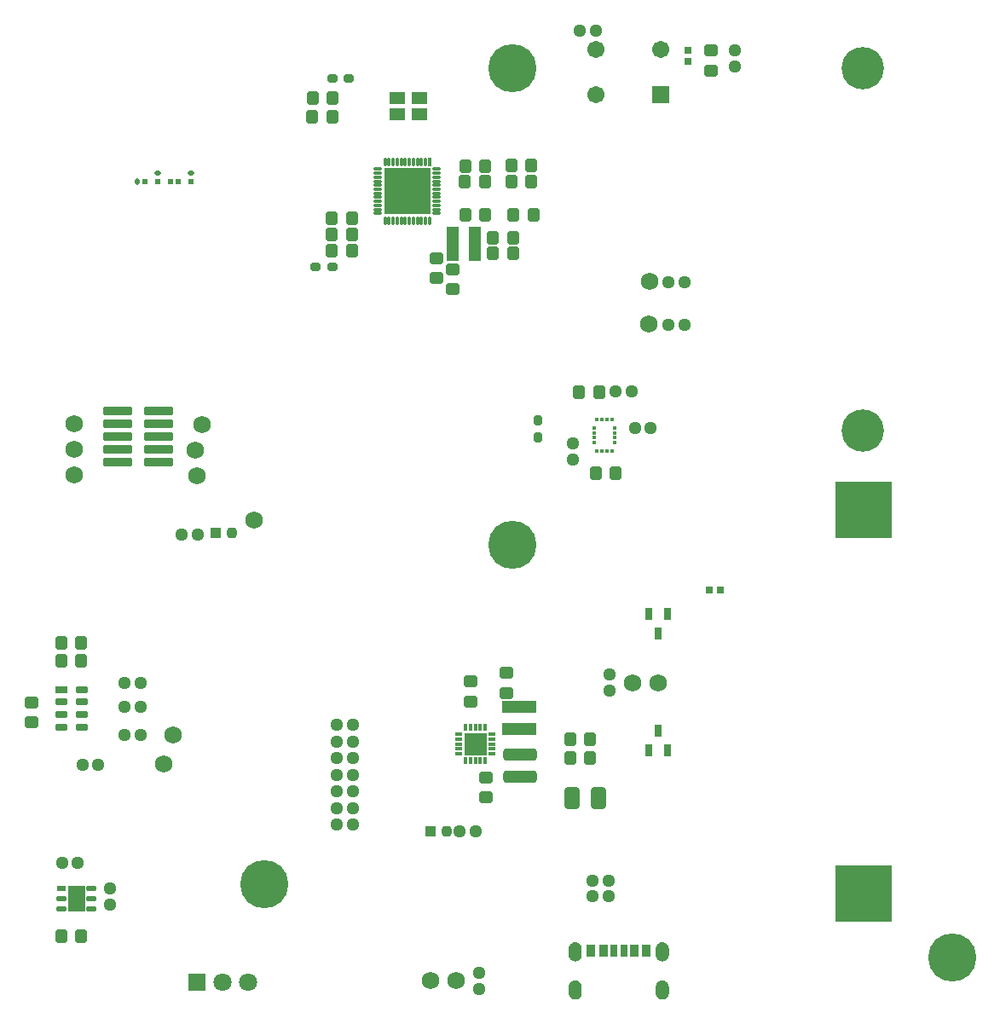
<source format=gts>
G04*
G04 #@! TF.GenerationSoftware,Altium Limited,Altium Designer,24.1.2 (44)*
G04*
G04 Layer_Color=8388736*
%FSLAX44Y44*%
%MOMM*%
G71*
G04*
G04 #@! TF.SameCoordinates,E5ABD8C9-A6BE-45F1-A99E-A3D257ADB282*
G04*
G04*
G04 #@! TF.FilePolarity,Negative*
G04*
G01*
G75*
G04:AMPARAMS|DCode=64|XSize=1.4032mm|YSize=1.2032mm|CornerRadius=0.3516mm|HoleSize=0mm|Usage=FLASHONLY|Rotation=90.000|XOffset=0mm|YOffset=0mm|HoleType=Round|Shape=RoundedRectangle|*
%AMROUNDEDRECTD64*
21,1,1.4032,0.5000,0,0,90.0*
21,1,0.7000,1.2032,0,0,90.0*
1,1,0.7032,0.2500,0.3500*
1,1,0.7032,0.2500,-0.3500*
1,1,0.7032,-0.2500,-0.3500*
1,1,0.7032,-0.2500,0.3500*
%
%ADD64ROUNDEDRECTD64*%
G04:AMPARAMS|DCode=65|XSize=1.1032mm|YSize=1.1032mm|CornerRadius=0.3266mm|HoleSize=0mm|Usage=FLASHONLY|Rotation=0.000|XOffset=0mm|YOffset=0mm|HoleType=Round|Shape=RoundedRectangle|*
%AMROUNDEDRECTD65*
21,1,1.1032,0.4500,0,0,0.0*
21,1,0.4500,1.1032,0,0,0.0*
1,1,0.6532,0.2250,-0.2250*
1,1,0.6532,-0.2250,-0.2250*
1,1,0.6532,-0.2250,0.2250*
1,1,0.6532,0.2250,0.2250*
%
%ADD65ROUNDEDRECTD65*%
%ADD66R,4.5300X4.5300*%
%ADD67O,0.3000X0.9400*%
%ADD68R,0.3000X0.9400*%
%ADD69O,0.9400X0.3000*%
G04:AMPARAMS|DCode=70|XSize=1.4032mm|YSize=1.2032mm|CornerRadius=0.3516mm|HoleSize=0mm|Usage=FLASHONLY|Rotation=0.000|XOffset=0mm|YOffset=0mm|HoleType=Round|Shape=RoundedRectangle|*
%AMROUNDEDRECTD70*
21,1,1.4032,0.5000,0,0,0.0*
21,1,0.7000,1.2032,0,0,0.0*
1,1,0.7032,0.3500,-0.2500*
1,1,0.7032,-0.3500,-0.2500*
1,1,0.7032,-0.3500,0.2500*
1,1,0.7032,0.3500,0.2500*
%
%ADD70ROUNDEDRECTD70*%
%ADD71R,5.7032X5.7032*%
G04:AMPARAMS|DCode=72|XSize=0.82mm|YSize=0.97mm|CornerRadius=0.235mm|HoleSize=0mm|Usage=FLASHONLY|Rotation=270.000|XOffset=0mm|YOffset=0mm|HoleType=Round|Shape=RoundedRectangle|*
%AMROUNDEDRECTD72*
21,1,0.8200,0.5000,0,0,270.0*
21,1,0.3500,0.9700,0,0,270.0*
1,1,0.4700,-0.2500,-0.1750*
1,1,0.4700,-0.2500,0.1750*
1,1,0.4700,0.2500,0.1750*
1,1,0.4700,0.2500,-0.1750*
%
%ADD72ROUNDEDRECTD72*%
%ADD73R,0.6532X0.7032*%
G04:AMPARAMS|DCode=74|XSize=2.2032mm|YSize=1.6032mm|CornerRadius=0.4516mm|HoleSize=0mm|Usage=FLASHONLY|Rotation=90.000|XOffset=0mm|YOffset=0mm|HoleType=Round|Shape=RoundedRectangle|*
%AMROUNDEDRECTD74*
21,1,2.2032,0.7000,0,0,90.0*
21,1,1.3000,1.6032,0,0,90.0*
1,1,0.9032,0.3500,0.6500*
1,1,0.9032,0.3500,-0.6500*
1,1,0.9032,-0.3500,-0.6500*
1,1,0.9032,-0.3500,0.6500*
%
%ADD74ROUNDEDRECTD74*%
%ADD75R,0.7032X0.6532*%
G04:AMPARAMS|DCode=76|XSize=0.82mm|YSize=0.97mm|CornerRadius=0.235mm|HoleSize=0mm|Usage=FLASHONLY|Rotation=0.000|XOffset=0mm|YOffset=0mm|HoleType=Round|Shape=RoundedRectangle|*
%AMROUNDEDRECTD76*
21,1,0.8200,0.5000,0,0,0.0*
21,1,0.3500,0.9700,0,0,0.0*
1,1,0.4700,0.1750,-0.2500*
1,1,0.4700,-0.1750,-0.2500*
1,1,0.4700,-0.1750,0.2500*
1,1,0.4700,0.1750,0.2500*
%
%ADD76ROUNDEDRECTD76*%
%ADD77R,1.2032X3.4032*%
%ADD78R,0.9016X1.3016*%
%ADD79R,0.8616X1.3016*%
%ADD80R,0.8016X1.3016*%
%ADD81R,3.4032X1.2032*%
%ADD82R,1.0032X1.0032*%
G04:AMPARAMS|DCode=83|XSize=1.0032mm|YSize=1.0032mm|CornerRadius=0.3016mm|HoleSize=0mm|Usage=FLASHONLY|Rotation=90.000|XOffset=0mm|YOffset=0mm|HoleType=Round|Shape=RoundedRectangle|*
%AMROUNDEDRECTD83*
21,1,1.0032,0.4000,0,0,90.0*
21,1,0.4000,1.0032,0,0,90.0*
1,1,0.6032,0.2000,0.2000*
1,1,0.6032,0.2000,-0.2000*
1,1,0.6032,-0.2000,-0.2000*
1,1,0.6032,-0.2000,0.2000*
%
%ADD83ROUNDEDRECTD83*%
G04:AMPARAMS|DCode=84|XSize=1.1032mm|YSize=1.1032mm|CornerRadius=0.3266mm|HoleSize=0mm|Usage=FLASHONLY|Rotation=270.000|XOffset=0mm|YOffset=0mm|HoleType=Round|Shape=RoundedRectangle|*
%AMROUNDEDRECTD84*
21,1,1.1032,0.4500,0,0,270.0*
21,1,0.4500,1.1032,0,0,270.0*
1,1,0.6532,-0.2250,-0.2250*
1,1,0.6532,-0.2250,0.2250*
1,1,0.6532,0.2250,0.2250*
1,1,0.6532,0.2250,-0.2250*
%
%ADD84ROUNDEDRECTD84*%
G04:AMPARAMS|DCode=85|XSize=2.8956mm|YSize=0.8382mm|CornerRadius=0.235mm|HoleSize=0mm|Usage=FLASHONLY|Rotation=0.000|XOffset=0mm|YOffset=0mm|HoleType=Round|Shape=RoundedRectangle|*
%AMROUNDEDRECTD85*
21,1,2.8956,0.3683,0,0,0.0*
21,1,2.4257,0.8382,0,0,0.0*
1,1,0.4699,1.2129,-0.1842*
1,1,0.4699,-1.2129,-0.1842*
1,1,0.4699,-1.2129,0.1842*
1,1,0.4699,1.2129,0.1842*
%
%ADD85ROUNDEDRECTD85*%
%ADD86R,0.5200X0.6200*%
G04:AMPARAMS|DCode=87|XSize=0.62mm|YSize=0.52mm|CornerRadius=0.16mm|HoleSize=0mm|Usage=FLASHONLY|Rotation=270.000|XOffset=0mm|YOffset=0mm|HoleType=Round|Shape=RoundedRectangle|*
%AMROUNDEDRECTD87*
21,1,0.6200,0.2000,0,0,270.0*
21,1,0.3000,0.5200,0,0,270.0*
1,1,0.3200,-0.1000,-0.1500*
1,1,0.3200,-0.1000,0.1500*
1,1,0.3200,0.1000,0.1500*
1,1,0.3200,0.1000,-0.1500*
%
%ADD87ROUNDEDRECTD87*%
%ADD88R,1.5200X1.2200*%
G04:AMPARAMS|DCode=89|XSize=0.62mm|YSize=0.52mm|CornerRadius=0.16mm|HoleSize=0mm|Usage=FLASHONLY|Rotation=180.000|XOffset=0mm|YOffset=0mm|HoleType=Round|Shape=RoundedRectangle|*
%AMROUNDEDRECTD89*
21,1,0.6200,0.2000,0,0,180.0*
21,1,0.3000,0.5200,0,0,180.0*
1,1,0.3200,-0.1500,0.1000*
1,1,0.3200,0.1500,0.1000*
1,1,0.3200,0.1500,-0.1000*
1,1,0.3200,-0.1500,-0.1000*
%
%ADD89ROUNDEDRECTD89*%
%ADD90R,0.6200X0.5200*%
%ADD91R,2.1900X2.1900*%
G04:AMPARAMS|DCode=92|XSize=0.38mm|YSize=0.74mm|CornerRadius=0.13mm|HoleSize=0mm|Usage=FLASHONLY|Rotation=270.000|XOffset=0mm|YOffset=0mm|HoleType=Round|Shape=RoundedRectangle|*
%AMROUNDEDRECTD92*
21,1,0.3800,0.4800,0,0,270.0*
21,1,0.1200,0.7400,0,0,270.0*
1,1,0.2600,-0.2400,-0.0600*
1,1,0.2600,-0.2400,0.0600*
1,1,0.2600,0.2400,0.0600*
1,1,0.2600,0.2400,-0.0600*
%
%ADD92ROUNDEDRECTD92*%
G04:AMPARAMS|DCode=93|XSize=0.38mm|YSize=0.74mm|CornerRadius=0.13mm|HoleSize=0mm|Usage=FLASHONLY|Rotation=0.000|XOffset=0mm|YOffset=0mm|HoleType=Round|Shape=RoundedRectangle|*
%AMROUNDEDRECTD93*
21,1,0.3800,0.4800,0,0,0.0*
21,1,0.1200,0.7400,0,0,0.0*
1,1,0.2600,0.0600,-0.2400*
1,1,0.2600,-0.0600,-0.2400*
1,1,0.2600,-0.0600,0.2400*
1,1,0.2600,0.0600,0.2400*
%
%ADD93ROUNDEDRECTD93*%
G04:AMPARAMS|DCode=94|XSize=0.38mm|YSize=0.74mm|CornerRadius=0.13mm|HoleSize=0mm|Usage=FLASHONLY|Rotation=270.000|XOffset=0mm|YOffset=0mm|HoleType=Round|Shape=RoundedRectangle|*
%AMROUNDEDRECTD94*
21,1,0.3800,0.4800,0,0,270.0*
21,1,0.1200,0.7400,0,0,270.0*
1,1,0.2600,-0.2400,-0.0600*
1,1,0.2600,-0.2400,0.0600*
1,1,0.2600,0.2400,0.0600*
1,1,0.2600,0.2400,-0.0600*
%
%ADD94ROUNDEDRECTD94*%
%ADD95R,0.3800X0.7400*%
%ADD96R,0.7632X1.1532*%
%ADD97C,4.2032*%
G04:AMPARAMS|DCode=98|XSize=3.4032mm|YSize=1.2032mm|CornerRadius=0.3516mm|HoleSize=0mm|Usage=FLASHONLY|Rotation=0.000|XOffset=0mm|YOffset=0mm|HoleType=Round|Shape=RoundedRectangle|*
%AMROUNDEDRECTD98*
21,1,3.4032,0.5000,0,0,0.0*
21,1,2.7000,1.2032,0,0,0.0*
1,1,0.7032,1.3500,-0.2500*
1,1,0.7032,-1.3500,-0.2500*
1,1,0.7032,-1.3500,0.2500*
1,1,0.7032,1.3500,0.2500*
%
%ADD98ROUNDEDRECTD98*%
G04:AMPARAMS|DCode=99|XSize=0.69mm|YSize=1.19mm|CornerRadius=0.2075mm|HoleSize=0mm|Usage=FLASHONLY|Rotation=90.000|XOffset=0mm|YOffset=0mm|HoleType=Round|Shape=RoundedRectangle|*
%AMROUNDEDRECTD99*
21,1,0.6900,0.7750,0,0,90.0*
21,1,0.2750,1.1900,0,0,90.0*
1,1,0.4150,0.3875,0.1375*
1,1,0.4150,0.3875,-0.1375*
1,1,0.4150,-0.3875,-0.1375*
1,1,0.4150,-0.3875,0.1375*
%
%ADD99ROUNDEDRECTD99*%
%ADD100R,1.1900X0.6900*%
%ADD101R,0.9734X0.5734*%
G04:AMPARAMS|DCode=102|XSize=0.5734mm|YSize=0.9734mm|CornerRadius=0.1742mm|HoleSize=0mm|Usage=FLASHONLY|Rotation=90.000|XOffset=0mm|YOffset=0mm|HoleType=Round|Shape=RoundedRectangle|*
%AMROUNDEDRECTD102*
21,1,0.5734,0.6250,0,0,90.0*
21,1,0.2250,0.9734,0,0,90.0*
1,1,0.3484,0.3125,0.1125*
1,1,0.3484,0.3125,-0.1125*
1,1,0.3484,-0.3125,-0.1125*
1,1,0.3484,-0.3125,0.1125*
%
%ADD102ROUNDEDRECTD102*%
%ADD103R,1.7234X2.6234*%
%ADD104R,0.3965X0.3965*%
%ADD105R,0.3965X0.3965*%
%ADD106C,1.7272*%
%ADD107C,4.7752*%
%ADD108C,1.7112*%
%ADD109R,1.7112X1.7112*%
%ADD110C,1.8032*%
%ADD111R,1.8032X1.8032*%
G36*
X565704Y28032D02*
X566044Y28002D01*
X566384Y27962D01*
X566714Y27902D01*
X567044Y27822D01*
X567374Y27722D01*
X567694Y27612D01*
X568004Y27482D01*
X568314Y27332D01*
X568614Y27172D01*
X568904Y26992D01*
X569184Y26802D01*
X569454Y26592D01*
X569714Y26372D01*
X569964Y26142D01*
X570194Y25892D01*
X570414Y25632D01*
X570624Y25362D01*
X570814Y25082D01*
X570994Y24792D01*
X571154Y24492D01*
X571304Y24182D01*
X571434Y23872D01*
X571544Y23552D01*
X571644Y23222D01*
X571724Y22892D01*
X571784Y22562D01*
X571824Y22222D01*
X571854Y21882D01*
X571864Y21542D01*
Y15542D01*
X571854Y15202D01*
X571824Y14862D01*
X571784Y14522D01*
X571724Y14192D01*
X571644Y13862D01*
X571544Y13532D01*
X571434Y13212D01*
X571304Y12902D01*
X571154Y12592D01*
X570994Y12292D01*
X570814Y12002D01*
X570624Y11722D01*
X570414Y11452D01*
X570194Y11192D01*
X569964Y10942D01*
X569714Y10712D01*
X569454Y10492D01*
X569184Y10282D01*
X568904Y10092D01*
X568614Y9912D01*
X568314Y9752D01*
X568004Y9602D01*
X567694Y9472D01*
X567374Y9362D01*
X567044Y9262D01*
X566714Y9182D01*
X566384Y9122D01*
X566044Y9082D01*
X565704Y9052D01*
X565364Y9042D01*
X565024Y9052D01*
X564684Y9082D01*
X564344Y9122D01*
X564014Y9182D01*
X563684Y9262D01*
X563354Y9362D01*
X563034Y9472D01*
X562724Y9602D01*
X562414Y9752D01*
X562114Y9912D01*
X561824Y10092D01*
X561544Y10282D01*
X561274Y10492D01*
X561014Y10712D01*
X560764Y10942D01*
X560534Y11192D01*
X560314Y11452D01*
X560104Y11722D01*
X559914Y12002D01*
X559734Y12292D01*
X559574Y12592D01*
X559424Y12902D01*
X559294Y13212D01*
X559184Y13532D01*
X559084Y13862D01*
X559004Y14192D01*
X558944Y14522D01*
X558904Y14862D01*
X558874Y15202D01*
X558864Y15542D01*
Y21542D01*
X558874Y21882D01*
X558904Y22222D01*
X558944Y22562D01*
X559004Y22892D01*
X559084Y23222D01*
X559184Y23552D01*
X559294Y23872D01*
X559424Y24182D01*
X559574Y24492D01*
X559734Y24792D01*
X559914Y25082D01*
X560104Y25362D01*
X560314Y25632D01*
X560534Y25892D01*
X560764Y26142D01*
X561014Y26372D01*
X561274Y26592D01*
X561544Y26802D01*
X561824Y26992D01*
X562114Y27172D01*
X562414Y27332D01*
X562724Y27482D01*
X563034Y27612D01*
X563354Y27722D01*
X563684Y27822D01*
X564014Y27902D01*
X564344Y27962D01*
X564684Y28002D01*
X565024Y28032D01*
X565364Y28042D01*
X565704Y28032D01*
D02*
G37*
G36*
Y66032D02*
X566044Y66002D01*
X566384Y65962D01*
X566714Y65902D01*
X567044Y65822D01*
X567374Y65722D01*
X567694Y65612D01*
X568004Y65482D01*
X568314Y65332D01*
X568614Y65172D01*
X568904Y64992D01*
X569184Y64802D01*
X569454Y64592D01*
X569714Y64372D01*
X569964Y64142D01*
X570194Y63892D01*
X570414Y63632D01*
X570624Y63362D01*
X570814Y63082D01*
X570994Y62792D01*
X571154Y62492D01*
X571304Y62182D01*
X571434Y61872D01*
X571544Y61552D01*
X571644Y61222D01*
X571724Y60892D01*
X571784Y60562D01*
X571824Y60222D01*
X571854Y59882D01*
X571864Y59542D01*
Y53542D01*
X571854Y53202D01*
X571824Y52862D01*
X571784Y52522D01*
X571724Y52192D01*
X571644Y51862D01*
X571544Y51532D01*
X571434Y51212D01*
X571304Y50902D01*
X571154Y50592D01*
X570994Y50292D01*
X570814Y50002D01*
X570624Y49722D01*
X570414Y49452D01*
X570194Y49192D01*
X569964Y48942D01*
X569714Y48712D01*
X569454Y48492D01*
X569184Y48282D01*
X568904Y48092D01*
X568614Y47912D01*
X568314Y47752D01*
X568004Y47602D01*
X567694Y47472D01*
X567374Y47362D01*
X567044Y47262D01*
X566714Y47182D01*
X566384Y47122D01*
X566044Y47082D01*
X565704Y47052D01*
X565364Y47042D01*
X565024Y47052D01*
X564684Y47082D01*
X564344Y47122D01*
X564014Y47182D01*
X563684Y47262D01*
X563354Y47362D01*
X563034Y47472D01*
X562724Y47602D01*
X562414Y47752D01*
X562114Y47912D01*
X561824Y48092D01*
X561544Y48282D01*
X561274Y48492D01*
X561014Y48712D01*
X560764Y48942D01*
X560534Y49192D01*
X560314Y49452D01*
X560104Y49722D01*
X559914Y50002D01*
X559734Y50292D01*
X559574Y50592D01*
X559424Y50902D01*
X559294Y51212D01*
X559184Y51532D01*
X559084Y51862D01*
X559004Y52192D01*
X558944Y52522D01*
X558904Y52862D01*
X558874Y53202D01*
X558864Y53542D01*
Y59542D01*
X558874Y59882D01*
X558904Y60222D01*
X558944Y60562D01*
X559004Y60892D01*
X559084Y61222D01*
X559184Y61552D01*
X559294Y61872D01*
X559424Y62182D01*
X559574Y62492D01*
X559734Y62792D01*
X559914Y63082D01*
X560104Y63362D01*
X560314Y63632D01*
X560534Y63892D01*
X560764Y64142D01*
X561014Y64372D01*
X561274Y64592D01*
X561544Y64802D01*
X561824Y64992D01*
X562114Y65172D01*
X562414Y65332D01*
X562724Y65482D01*
X563034Y65612D01*
X563354Y65722D01*
X563684Y65822D01*
X564014Y65902D01*
X564344Y65962D01*
X564684Y66002D01*
X565024Y66032D01*
X565364Y66042D01*
X565704Y66032D01*
D02*
G37*
G36*
X652104Y28032D02*
X652444Y28002D01*
X652784Y27962D01*
X653114Y27902D01*
X653444Y27822D01*
X653774Y27722D01*
X654094Y27612D01*
X654404Y27482D01*
X654714Y27332D01*
X655014Y27172D01*
X655304Y26992D01*
X655584Y26802D01*
X655854Y26592D01*
X656114Y26372D01*
X656364Y26142D01*
X656594Y25892D01*
X656814Y25632D01*
X657024Y25362D01*
X657214Y25082D01*
X657394Y24792D01*
X657554Y24492D01*
X657704Y24182D01*
X657834Y23872D01*
X657944Y23552D01*
X658044Y23222D01*
X658124Y22892D01*
X658184Y22562D01*
X658224Y22222D01*
X658254Y21882D01*
X658264Y21542D01*
Y15542D01*
X658254Y15202D01*
X658224Y14862D01*
X658184Y14522D01*
X658124Y14192D01*
X658044Y13862D01*
X657944Y13532D01*
X657834Y13212D01*
X657704Y12902D01*
X657554Y12592D01*
X657394Y12292D01*
X657214Y12002D01*
X657024Y11722D01*
X656814Y11452D01*
X656594Y11192D01*
X656364Y10942D01*
X656114Y10712D01*
X655854Y10492D01*
X655584Y10282D01*
X655304Y10092D01*
X655014Y9912D01*
X654714Y9752D01*
X654404Y9602D01*
X654094Y9472D01*
X653774Y9362D01*
X653444Y9262D01*
X653114Y9182D01*
X652784Y9122D01*
X652444Y9082D01*
X652104Y9052D01*
X651764Y9042D01*
X651424Y9052D01*
X651084Y9082D01*
X650744Y9122D01*
X650414Y9182D01*
X650084Y9262D01*
X649754Y9362D01*
X649434Y9472D01*
X649124Y9602D01*
X648814Y9752D01*
X648514Y9912D01*
X648224Y10092D01*
X647944Y10282D01*
X647674Y10492D01*
X647414Y10712D01*
X647164Y10942D01*
X646934Y11192D01*
X646714Y11452D01*
X646504Y11722D01*
X646314Y12002D01*
X646134Y12292D01*
X645974Y12592D01*
X645824Y12902D01*
X645694Y13212D01*
X645584Y13532D01*
X645484Y13862D01*
X645404Y14192D01*
X645344Y14522D01*
X645304Y14862D01*
X645274Y15202D01*
X645264Y15542D01*
Y21542D01*
X645274Y21882D01*
X645304Y22222D01*
X645344Y22562D01*
X645404Y22892D01*
X645484Y23222D01*
X645584Y23552D01*
X645694Y23872D01*
X645824Y24182D01*
X645974Y24492D01*
X646134Y24792D01*
X646314Y25082D01*
X646504Y25362D01*
X646714Y25632D01*
X646934Y25892D01*
X647164Y26142D01*
X647414Y26372D01*
X647674Y26592D01*
X647944Y26802D01*
X648224Y26992D01*
X648514Y27172D01*
X648814Y27332D01*
X649124Y27482D01*
X649434Y27612D01*
X649754Y27722D01*
X650084Y27822D01*
X650414Y27902D01*
X650744Y27962D01*
X651084Y28002D01*
X651424Y28032D01*
X651764Y28042D01*
X652104Y28032D01*
D02*
G37*
G36*
Y66032D02*
X652444Y66002D01*
X652784Y65962D01*
X653114Y65902D01*
X653444Y65822D01*
X653774Y65722D01*
X654094Y65612D01*
X654404Y65482D01*
X654714Y65332D01*
X655014Y65172D01*
X655304Y64992D01*
X655584Y64802D01*
X655854Y64592D01*
X656114Y64372D01*
X656364Y64142D01*
X656594Y63892D01*
X656814Y63632D01*
X657024Y63362D01*
X657214Y63082D01*
X657394Y62792D01*
X657554Y62492D01*
X657704Y62182D01*
X657834Y61872D01*
X657944Y61552D01*
X658044Y61222D01*
X658124Y60892D01*
X658184Y60562D01*
X658224Y60222D01*
X658254Y59882D01*
X658264Y59542D01*
Y53542D01*
X658254Y53202D01*
X658224Y52862D01*
X658184Y52522D01*
X658124Y52192D01*
X658044Y51862D01*
X657944Y51532D01*
X657834Y51212D01*
X657704Y50902D01*
X657554Y50592D01*
X657394Y50292D01*
X657214Y50002D01*
X657024Y49722D01*
X656814Y49452D01*
X656594Y49192D01*
X656364Y48942D01*
X656114Y48712D01*
X655854Y48492D01*
X655584Y48282D01*
X655304Y48092D01*
X655014Y47912D01*
X654714Y47752D01*
X654404Y47602D01*
X654094Y47472D01*
X653774Y47362D01*
X653444Y47262D01*
X653114Y47182D01*
X652784Y47122D01*
X652444Y47082D01*
X652104Y47052D01*
X651764Y47042D01*
X651424Y47052D01*
X651084Y47082D01*
X650744Y47122D01*
X650414Y47182D01*
X650084Y47262D01*
X649754Y47362D01*
X649434Y47472D01*
X649124Y47602D01*
X648814Y47752D01*
X648514Y47912D01*
X648224Y48092D01*
X647944Y48282D01*
X647674Y48492D01*
X647414Y48712D01*
X647164Y48942D01*
X646934Y49192D01*
X646714Y49452D01*
X646504Y49722D01*
X646314Y50002D01*
X646134Y50292D01*
X645974Y50592D01*
X645824Y50902D01*
X645694Y51212D01*
X645584Y51532D01*
X645484Y51862D01*
X645404Y52192D01*
X645344Y52522D01*
X645304Y52862D01*
X645274Y53202D01*
X645264Y53542D01*
Y59542D01*
X645274Y59882D01*
X645304Y60222D01*
X645344Y60562D01*
X645404Y60892D01*
X645484Y61222D01*
X645584Y61552D01*
X645694Y61872D01*
X645824Y62182D01*
X645974Y62492D01*
X646134Y62792D01*
X646314Y63082D01*
X646504Y63362D01*
X646714Y63632D01*
X646934Y63892D01*
X647164Y64142D01*
X647414Y64372D01*
X647674Y64592D01*
X647944Y64802D01*
X648224Y64992D01*
X648514Y65172D01*
X648814Y65332D01*
X649124Y65482D01*
X649434Y65612D01*
X649754Y65722D01*
X650084Y65822D01*
X650414Y65902D01*
X650744Y65962D01*
X651084Y66002D01*
X651424Y66032D01*
X651764Y66042D01*
X652104Y66032D01*
D02*
G37*
D64*
X521810Y821690D02*
D03*
X501810D02*
D03*
X323756Y785114D02*
D03*
X343756D02*
D03*
X456090Y788162D02*
D03*
X476090D02*
D03*
X304452Y904494D02*
D03*
X324452D02*
D03*
X324198Y885952D02*
D03*
X304198D02*
D03*
X343756Y752856D02*
D03*
X323756D02*
D03*
X343756Y768604D02*
D03*
X323756D02*
D03*
X504096Y788670D02*
D03*
X524096D02*
D03*
X475836Y821182D02*
D03*
X455836D02*
D03*
X483776Y765810D02*
D03*
X503776D02*
D03*
X74770Y345440D02*
D03*
X54770D02*
D03*
Y363220D02*
D03*
X74770D02*
D03*
X569120Y612140D02*
D03*
X589120D02*
D03*
X605630Y531876D02*
D03*
X585630D02*
D03*
X74770Y72390D02*
D03*
X54770D02*
D03*
X580230Y267970D02*
D03*
X560230D02*
D03*
X580230Y248920D02*
D03*
X560230D02*
D03*
X503776Y750570D02*
D03*
X483776D02*
D03*
X501810Y837184D02*
D03*
X521810D02*
D03*
X456090Y836930D02*
D03*
X476090D02*
D03*
D65*
X723900Y935610D02*
D03*
Y951610D02*
D03*
X599440Y315850D02*
D03*
Y331850D02*
D03*
X562610Y545720D02*
D03*
Y561720D02*
D03*
X102870Y103760D02*
D03*
Y119760D02*
D03*
X469900Y19940D02*
D03*
Y35940D02*
D03*
D66*
X398490Y811738D02*
D03*
D67*
X420490Y782388D02*
D03*
X416490Y841088D02*
D03*
X412490D02*
D03*
X408490D02*
D03*
X404490D02*
D03*
X400490D02*
D03*
X396490D02*
D03*
X392491D02*
D03*
X388490D02*
D03*
X384491D02*
D03*
X380490D02*
D03*
X376491D02*
D03*
Y782388D02*
D03*
X380490D02*
D03*
X384491D02*
D03*
X388490D02*
D03*
X392491D02*
D03*
X396490D02*
D03*
X400490D02*
D03*
X408490D02*
D03*
X412490D02*
D03*
X416490D02*
D03*
X404490D02*
D03*
D68*
X420490Y841088D02*
D03*
D69*
X369140Y833738D02*
D03*
Y829738D02*
D03*
Y825738D02*
D03*
Y821738D02*
D03*
Y817738D02*
D03*
Y813738D02*
D03*
Y809738D02*
D03*
Y805738D02*
D03*
Y801738D02*
D03*
Y797738D02*
D03*
Y793738D02*
D03*
Y789738D02*
D03*
X427841D02*
D03*
Y793738D02*
D03*
Y797738D02*
D03*
Y801738D02*
D03*
Y805738D02*
D03*
Y809738D02*
D03*
Y813738D02*
D03*
Y817738D02*
D03*
Y821738D02*
D03*
Y825738D02*
D03*
Y829738D02*
D03*
Y833738D02*
D03*
D70*
X700278Y931578D02*
D03*
Y951578D02*
D03*
X427492Y745330D02*
D03*
Y725330D02*
D03*
X25146Y284386D02*
D03*
Y304386D02*
D03*
X496570Y333342D02*
D03*
Y313342D02*
D03*
X461010Y324960D02*
D03*
Y304960D02*
D03*
X476758Y209616D02*
D03*
Y229616D02*
D03*
X443992Y714408D02*
D03*
Y734408D02*
D03*
D71*
X851916Y495554D02*
D03*
Y114554D02*
D03*
D72*
X340736Y923798D02*
D03*
X324236D02*
D03*
X307472Y736600D02*
D03*
X323972D02*
D03*
D73*
X677672Y951650D02*
D03*
Y940650D02*
D03*
D74*
X588310Y208788D02*
D03*
X562310D02*
D03*
D75*
X698588Y415544D02*
D03*
X709588D02*
D03*
D76*
X528066Y584068D02*
D03*
Y567568D02*
D03*
D77*
X443914Y759460D02*
D03*
X465914D02*
D03*
D78*
X581064Y57342D02*
D03*
X636064D02*
D03*
D79*
X593364D02*
D03*
X623764D02*
D03*
D80*
X603564D02*
D03*
X613564D02*
D03*
D81*
X509270Y277544D02*
D03*
Y299544D02*
D03*
D82*
X208626Y472425D02*
D03*
X422022Y175768D02*
D03*
D83*
X224626Y472425D02*
D03*
X438022Y175768D02*
D03*
D84*
X190336Y471155D02*
D03*
X174336D02*
D03*
X624460Y576580D02*
D03*
X640460D02*
D03*
X658115Y721233D02*
D03*
X674115D02*
D03*
X658115Y678815D02*
D03*
X674115D02*
D03*
X605410Y613410D02*
D03*
X621410D02*
D03*
X585850Y971550D02*
D03*
X569850D02*
D03*
X344550Y265430D02*
D03*
X328550D02*
D03*
X133730Y323850D02*
D03*
X117730D02*
D03*
X133730Y299720D02*
D03*
X117730D02*
D03*
X328550Y281940D02*
D03*
X344550D02*
D03*
X71500Y144780D02*
D03*
X55500D02*
D03*
X582550Y111760D02*
D03*
X598550D02*
D03*
X582550Y127000D02*
D03*
X598550D02*
D03*
X344550Y232410D02*
D03*
X328550D02*
D03*
X344550Y248920D02*
D03*
X328550D02*
D03*
X344550Y199390D02*
D03*
X328550D02*
D03*
X133730Y271780D02*
D03*
X117730D02*
D03*
X91820Y242570D02*
D03*
X75820D02*
D03*
X344550Y182880D02*
D03*
X328550D02*
D03*
X344550Y215900D02*
D03*
X328550D02*
D03*
X466470Y176276D02*
D03*
X450470D02*
D03*
D85*
X110998Y593344D02*
D03*
X151638D02*
D03*
X110998Y580644D02*
D03*
X151638D02*
D03*
X110998Y567944D02*
D03*
X151638D02*
D03*
X110998Y555244D02*
D03*
X151638D02*
D03*
X110998Y542544D02*
D03*
X151638D02*
D03*
D86*
X138019Y821753D02*
D03*
X163293D02*
D03*
X171293D02*
D03*
D87*
X130019D02*
D03*
D88*
X410761Y904097D02*
D03*
X388760D02*
D03*
X388756Y888099D02*
D03*
X410756D02*
D03*
D89*
X150435Y829753D02*
D03*
X183585Y829753D02*
D03*
D90*
X150435Y821753D02*
D03*
X183585Y821753D02*
D03*
D91*
X466090Y262890D02*
D03*
D92*
X482590Y272890D02*
D03*
Y267890D02*
D03*
Y262890D02*
D03*
Y257890D02*
D03*
Y252890D02*
D03*
X449590D02*
D03*
Y262890D02*
D03*
Y267890D02*
D03*
Y272890D02*
D03*
D93*
X476090Y246390D02*
D03*
X471090D02*
D03*
X466090D02*
D03*
X461090D02*
D03*
X456090D02*
D03*
Y279390D02*
D03*
X461090D02*
D03*
X466090D02*
D03*
X471090D02*
D03*
D94*
X449590Y257890D02*
D03*
D95*
X476090Y279390D02*
D03*
D96*
X657200Y392020D02*
D03*
X638200D02*
D03*
X647700Y372520D02*
D03*
Y276450D02*
D03*
X657200Y256950D02*
D03*
X638200D02*
D03*
D97*
X850900Y574040D02*
D03*
Y934040D02*
D03*
D98*
X510540Y252730D02*
D03*
Y230730D02*
D03*
D99*
X75610Y317100D02*
D03*
Y304600D02*
D03*
Y292100D02*
D03*
Y279600D02*
D03*
X54610D02*
D03*
Y292100D02*
D03*
Y304600D02*
D03*
D100*
Y317100D02*
D03*
D101*
X55350Y119220D02*
D03*
D102*
Y109220D02*
D03*
Y99220D02*
D03*
X84350D02*
D03*
Y109220D02*
D03*
Y119220D02*
D03*
D103*
X69850Y109220D02*
D03*
D104*
X596900Y553720D02*
D03*
X591900D02*
D03*
X586900D02*
D03*
Y585220D02*
D03*
X591900D02*
D03*
X596900D02*
D03*
X601900D02*
D03*
Y553720D02*
D03*
D105*
X583900Y561970D02*
D03*
Y566970D02*
D03*
Y571970D02*
D03*
Y576970D02*
D03*
X604900D02*
D03*
Y571970D02*
D03*
Y566970D02*
D03*
Y561970D02*
D03*
D106*
X638175Y680085D02*
D03*
X165608Y272034D02*
D03*
X246380Y485140D02*
D03*
X67818Y580644D02*
D03*
Y555244D02*
D03*
Y529844D02*
D03*
X156974Y243025D02*
D03*
X189230Y529082D02*
D03*
X194564Y580390D02*
D03*
X187960Y554990D02*
D03*
X639614Y722545D02*
D03*
X622300Y323850D02*
D03*
X647700D02*
D03*
X421640Y27940D02*
D03*
X447040D02*
D03*
D107*
X939800Y50800D02*
D03*
X502920Y934212D02*
D03*
Y460248D02*
D03*
X256286Y123444D02*
D03*
D108*
X585470Y952500D02*
D03*
X650470D02*
D03*
X585470Y907500D02*
D03*
D109*
X650470D02*
D03*
D110*
X240030Y26670D02*
D03*
X214630D02*
D03*
D111*
X189230D02*
D03*
M02*

</source>
